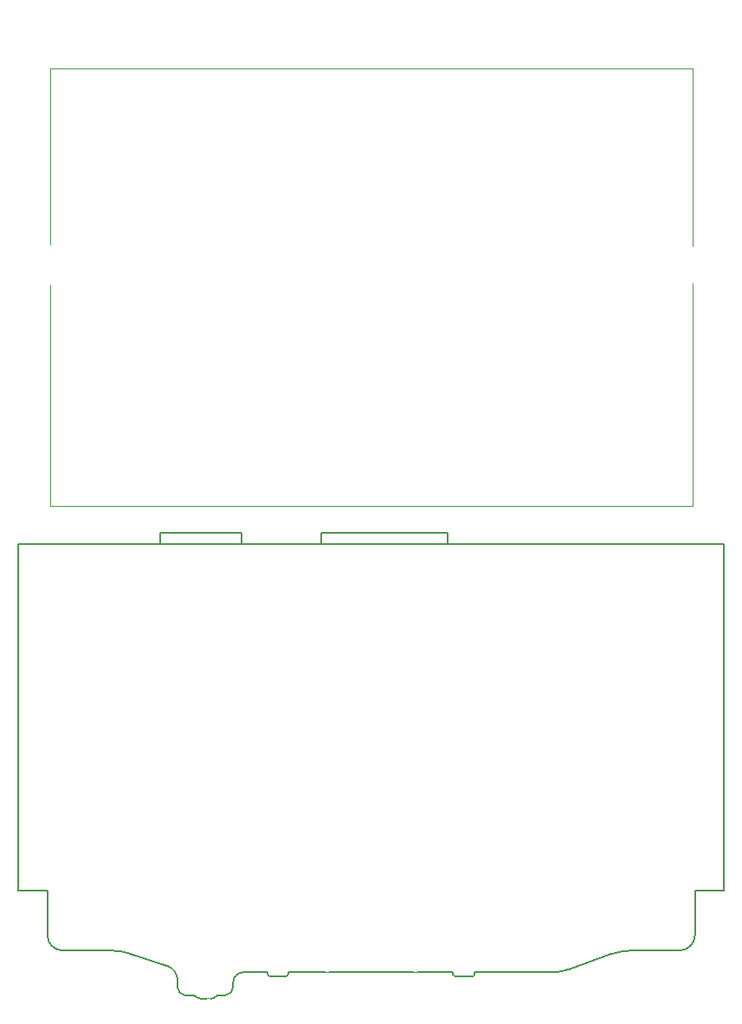
<source format=gbr>
%TF.GenerationSoftware,KiCad,Pcbnew,8.0.4*%
%TF.CreationDate,2024-08-09T22:29:50-04:00*%
%TF.ProjectId,beepy,62656570-792e-46b6-9963-61645f706362,rev?*%
%TF.SameCoordinates,Original*%
%TF.FileFunction,Legend,Top*%
%TF.FilePolarity,Positive*%
%FSLAX46Y46*%
G04 Gerber Fmt 4.6, Leading zero omitted, Abs format (unit mm)*
G04 Created by KiCad (PCBNEW 8.0.4) date 2024-08-09 22:29:50*
%MOMM*%
%LPD*%
G01*
G04 APERTURE LIST*
%ADD10C,0.150000*%
%ADD11C,0.120000*%
%ADD12C,2.700000*%
%ADD13R,0.800000X0.700000*%
%ADD14C,0.750000*%
%ADD15R,1.700000X1.700000*%
%ADD16O,1.700000X1.700000*%
%ADD17C,6.000000*%
%ADD18O,1.000000X1.600000*%
%ADD19O,1.000000X2.100000*%
%ADD20C,0.650000*%
%ADD21C,0.900000*%
G04 APERTURE END LIST*
D10*
X56598501Y-96482001D02*
X125581500Y-96482001D01*
X107034717Y-138296000D02*
X108753450Y-138296000D01*
X98553678Y-96482001D02*
X98553678Y-95371001D01*
X99293536Y-138700000D02*
X100202984Y-138700000D01*
X67504167Y-136476132D02*
X71111883Y-137657980D01*
X75747719Y-140777843D02*
G75*
G02*
X75385422Y-140898088I-362319J485743D01*
G01*
X80929179Y-138296000D02*
X80929179Y-138397000D01*
X86231679Y-95371001D02*
X86231679Y-96482001D01*
X98553678Y-95371001D02*
X86231679Y-95371001D01*
X74426038Y-140898068D02*
G75*
G02*
X74042796Y-140761517I-38J605968D01*
G01*
X99091536Y-138296000D02*
X99091536Y-138498000D01*
X116596318Y-136175000D02*
X121238500Y-136175000D01*
X77590113Y-139306000D02*
G75*
G02*
X78600113Y-138296013I1009987J0D01*
G01*
X78430946Y-95371001D02*
X70451946Y-95371001D01*
X122753500Y-134660000D02*
G75*
G02*
X121238500Y-136175000I-1515000J0D01*
G01*
X81232179Y-138700000D02*
G75*
G02*
X80929200Y-138397000I-79J302900D01*
G01*
X70451946Y-95371001D02*
X70451946Y-96482001D01*
X56598501Y-96482001D02*
X56598501Y-130317000D01*
X78600113Y-138296000D02*
X80929179Y-138296000D01*
X77590113Y-139771643D02*
X77590113Y-139306000D01*
X110459418Y-137999122D02*
G75*
G02*
X108753450Y-138295989I-1705918J4753022D01*
G01*
X101230178Y-138498000D02*
X101230178Y-138296000D01*
X73771305Y-140539858D02*
X74042807Y-140761503D01*
X101230178Y-138296000D02*
X107034717Y-138296000D01*
X110459419Y-137999123D02*
X114549157Y-136531254D01*
X82985633Y-138397000D02*
X82985633Y-138296000D01*
X72155247Y-139097697D02*
X72155247Y-139782358D01*
X65617626Y-136175000D02*
G75*
G02*
X67504163Y-136476144I-26J-6059900D01*
G01*
X77590113Y-139771643D02*
G75*
G02*
X76832613Y-140529213I-757613J43D01*
G01*
X56598501Y-130317000D02*
X59426501Y-130317000D01*
X125581500Y-96482001D02*
X98553678Y-96482001D01*
X101230178Y-138498000D02*
G75*
G02*
X101028178Y-138699978I-201978J0D01*
G01*
X122753500Y-130317000D02*
X125581500Y-130317000D01*
X71111882Y-137657980D02*
G75*
G02*
X72155217Y-139097697I-471682J-1439720D01*
G01*
X122753500Y-134660000D02*
X122753500Y-130317000D01*
X114549156Y-136531253D02*
G75*
G02*
X116596318Y-136174994I2047144J-5703547D01*
G01*
X59426501Y-130317000D02*
X59426501Y-134660000D01*
X60941501Y-136175000D02*
X65617626Y-136175000D01*
X76081180Y-140529143D02*
X76832613Y-140529143D01*
X60941501Y-136175000D02*
G75*
G02*
X59426500Y-134660000I99J1515100D01*
G01*
X74426039Y-140898068D02*
X75385422Y-140898068D01*
X86231679Y-96482001D02*
X78430946Y-96482001D01*
X72912747Y-140539858D02*
G75*
G02*
X72155242Y-139782358I53J757558D01*
G01*
X78430946Y-96482001D02*
X78430946Y-95371001D01*
X81232179Y-138700000D02*
X82682633Y-138700000D01*
X100202984Y-138700000D02*
X101028178Y-138700000D01*
X70451946Y-96482001D02*
X56598501Y-96482001D01*
X82985633Y-138296000D02*
X99091536Y-138296000D01*
X82985633Y-138397000D02*
G75*
G02*
X82682633Y-138700033I-303033J0D01*
G01*
X99293536Y-138700000D02*
G75*
G02*
X99091500Y-138498000I-36J202000D01*
G01*
X125581500Y-130317000D02*
X125581500Y-96482001D01*
X75747718Y-140777842D02*
X76081180Y-140529143D01*
X72912747Y-140539858D02*
X73771305Y-140539858D01*
X119270476Y-46724819D02*
X119270476Y-45724819D01*
X119270476Y-45724819D02*
X119603809Y-46439104D01*
X119603809Y-46439104D02*
X119937142Y-45724819D01*
X119937142Y-45724819D02*
X119937142Y-46724819D01*
X120365714Y-45820057D02*
X120413333Y-45772438D01*
X120413333Y-45772438D02*
X120508571Y-45724819D01*
X120508571Y-45724819D02*
X120746666Y-45724819D01*
X120746666Y-45724819D02*
X120841904Y-45772438D01*
X120841904Y-45772438D02*
X120889523Y-45820057D01*
X120889523Y-45820057D02*
X120937142Y-45915295D01*
X120937142Y-45915295D02*
X120937142Y-46010533D01*
X120937142Y-46010533D02*
X120889523Y-46153390D01*
X120889523Y-46153390D02*
X120318095Y-46724819D01*
X120318095Y-46724819D02*
X120937142Y-46724819D01*
X119270476Y-69644819D02*
X119270476Y-68644819D01*
X119270476Y-68644819D02*
X119603809Y-69359104D01*
X119603809Y-69359104D02*
X119937142Y-68644819D01*
X119937142Y-68644819D02*
X119937142Y-69644819D01*
X120841904Y-68978152D02*
X120841904Y-69644819D01*
X120603809Y-68597200D02*
X120365714Y-69311485D01*
X120365714Y-69311485D02*
X120984761Y-69311485D01*
X61110476Y-69734819D02*
X61110476Y-68734819D01*
X61110476Y-68734819D02*
X61443809Y-69449104D01*
X61443809Y-69449104D02*
X61777142Y-68734819D01*
X61777142Y-68734819D02*
X61777142Y-69734819D01*
X62158095Y-68734819D02*
X62777142Y-68734819D01*
X62777142Y-68734819D02*
X62443809Y-69115771D01*
X62443809Y-69115771D02*
X62586666Y-69115771D01*
X62586666Y-69115771D02*
X62681904Y-69163390D01*
X62681904Y-69163390D02*
X62729523Y-69211009D01*
X62729523Y-69211009D02*
X62777142Y-69306247D01*
X62777142Y-69306247D02*
X62777142Y-69544342D01*
X62777142Y-69544342D02*
X62729523Y-69639580D01*
X62729523Y-69639580D02*
X62681904Y-69687200D01*
X62681904Y-69687200D02*
X62586666Y-69734819D01*
X62586666Y-69734819D02*
X62300952Y-69734819D01*
X62300952Y-69734819D02*
X62205714Y-69687200D01*
X62205714Y-69687200D02*
X62158095Y-69639580D01*
X61290476Y-46714819D02*
X61290476Y-45714819D01*
X61290476Y-45714819D02*
X61623809Y-46429104D01*
X61623809Y-46429104D02*
X61957142Y-45714819D01*
X61957142Y-45714819D02*
X61957142Y-46714819D01*
X62957142Y-46714819D02*
X62385714Y-46714819D01*
X62671428Y-46714819D02*
X62671428Y-45714819D01*
X62671428Y-45714819D02*
X62576190Y-45857676D01*
X62576190Y-45857676D02*
X62480952Y-45952914D01*
X62480952Y-45952914D02*
X62385714Y-46000533D01*
D11*
%TO.C,REF\u002A\u002A*%
X59690000Y-49937500D02*
X59690000Y-92757500D01*
X59690000Y-49937500D02*
X122490000Y-49937500D01*
X59690000Y-92757500D02*
X122490000Y-92757500D01*
X122490000Y-49937500D02*
X122490000Y-92757500D01*
%TD*%
%LPC*%
D12*
%TO.C,H1*%
X62100000Y-140500000D03*
%TD*%
D13*
%TO.C,D2*%
X69470000Y-45660000D03*
X67770000Y-45660000D03*
X67770000Y-44560000D03*
X69470000Y-44560000D03*
%TD*%
D12*
%TO.C,H2*%
X120100000Y-140500000D03*
%TD*%
D14*
%TO.C,SW2*%
X124635000Y-53030000D03*
X127385000Y-53030000D03*
%TD*%
D15*
%TO.C,J44*%
X126040000Y-60090000D03*
D16*
X126040000Y-62630000D03*
X126040000Y-65170000D03*
X126040000Y-67710000D03*
X126040000Y-70250000D03*
X126040000Y-72790000D03*
X126040000Y-75330000D03*
X126040000Y-77870000D03*
X126040000Y-80410000D03*
X126040000Y-82950000D03*
%TD*%
D17*
%TO.C,M1*%
X62100000Y-46200000D03*
%TD*%
%TO.C,M3*%
X120100000Y-69200000D03*
%TD*%
%TO.C,M4*%
X120100000Y-46200000D03*
%TD*%
D18*
%TO.C,J15*%
X95410000Y-141410000D03*
D19*
X95410000Y-137230000D03*
D20*
X93980000Y-137760000D03*
X88200000Y-137760000D03*
D18*
X86770000Y-141410000D03*
D19*
X86770000Y-137230000D03*
%TD*%
D15*
%TO.C,J47*%
X56140000Y-60090000D03*
D16*
X56140000Y-62630000D03*
X56140000Y-65170000D03*
X56140000Y-67710000D03*
X56140000Y-70250000D03*
X56140000Y-72790000D03*
X56140000Y-75330000D03*
X56140000Y-77870000D03*
X56140000Y-80410000D03*
X56140000Y-82950000D03*
%TD*%
D17*
%TO.C,M2*%
X62100000Y-69200000D03*
%TD*%
D15*
%TO.C,J46*%
X103470000Y-45250000D03*
D16*
X100930000Y-45250000D03*
X98390000Y-45250000D03*
X95850000Y-45250000D03*
X93310000Y-45250000D03*
X90770000Y-45250000D03*
X88230000Y-45250000D03*
X85690000Y-45250000D03*
X83150000Y-45250000D03*
X80610000Y-45250000D03*
%TD*%
D21*
%TO.C,SW1*%
X75220000Y-141310000D03*
X72220000Y-141310000D03*
%TD*%
%LPD*%
M02*

</source>
